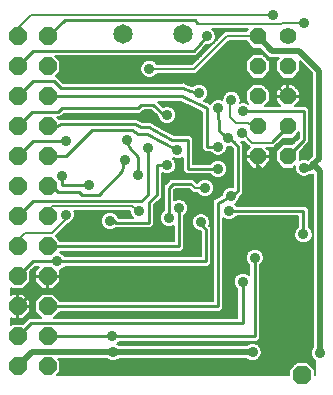
<source format=gbl>
G75*
%MOIN*%
%OFA0B0*%
%FSLAX24Y24*%
%IPPOS*%
%LPD*%
%AMOC8*
5,1,8,0,0,1.08239X$1,22.5*
%
%ADD10OC8,0.0630*%
%ADD11C,0.0560*%
%ADD12OC8,0.0560*%
%ADD13OC8,0.0600*%
%ADD14C,0.0650*%
%ADD15C,0.0200*%
%ADD16C,0.0100*%
%ADD17C,0.0357*%
%ADD18C,0.0080*%
%ADD19C,0.0050*%
D10*
X010300Y000550D03*
D11*
X009825Y011850D03*
D12*
X009825Y010850D03*
X009825Y009850D03*
X009825Y008850D03*
X009825Y007850D03*
X008825Y007850D03*
X008825Y008850D03*
X008825Y009850D03*
X008825Y010850D03*
X008825Y011850D03*
D13*
X000825Y000850D03*
X000825Y001850D03*
X000825Y002850D03*
X000825Y003850D03*
X000825Y004850D03*
X000825Y005850D03*
X000825Y006850D03*
X000825Y007850D03*
X000825Y008850D03*
X000825Y009850D03*
X000825Y010850D03*
X000825Y011850D03*
X001825Y011850D03*
X001825Y010850D03*
X001825Y009850D03*
X001825Y008850D03*
X001825Y007850D03*
X001825Y006850D03*
X001825Y005850D03*
X001825Y004850D03*
X001825Y003850D03*
X001825Y002850D03*
X001825Y001850D03*
X001825Y000850D03*
D14*
X004325Y011925D03*
X006325Y011925D03*
D15*
X008825Y011850D02*
X009305Y011370D01*
X010195Y011370D01*
X010855Y010710D01*
X010855Y007770D01*
X010675Y007590D01*
X010900Y007365D01*
X010900Y001300D01*
X008655Y001325D02*
X004375Y001325D01*
X001300Y001325D01*
X000825Y000850D01*
X010375Y007470D02*
X010555Y007470D01*
X010675Y007590D01*
D16*
X010375Y008400D02*
X010375Y009350D01*
X008325Y009350D01*
X007795Y008510D02*
X007850Y008475D01*
X008025Y008325D01*
X008175Y008175D01*
X008175Y006700D01*
X007925Y006525D01*
X007500Y006300D01*
X007500Y002850D01*
X001825Y002850D01*
X001350Y003350D02*
X002450Y003350D01*
X002450Y003850D02*
X001825Y003850D01*
X002150Y004350D02*
X001325Y004350D01*
X000825Y003875D01*
X000825Y003850D01*
X001350Y003350D02*
X000850Y002850D01*
X000825Y002850D01*
X001275Y002300D02*
X008325Y002300D01*
X008325Y003675D01*
X008725Y004475D02*
X008725Y001850D01*
X003975Y001850D01*
X001825Y001850D01*
X001275Y002300D02*
X000825Y001850D01*
X002150Y004350D02*
X007100Y004350D01*
X007100Y005400D01*
X006955Y005570D01*
X006930Y005655D01*
X006200Y006125D02*
X006200Y004850D01*
X001825Y004850D01*
X000825Y005850D02*
X001350Y006375D01*
X004950Y006375D01*
X005175Y006575D01*
X005175Y008125D01*
X004825Y007825D02*
X004525Y008175D01*
X004475Y008400D01*
X004650Y008725D02*
X003300Y008725D01*
X002425Y007850D01*
X001825Y007850D01*
X001325Y008350D02*
X002425Y008350D01*
X002150Y008850D02*
X002275Y008925D01*
X004750Y008925D01*
X004925Y008825D01*
X005200Y008825D01*
X005375Y008725D01*
X005975Y008400D01*
X006500Y008400D01*
X006500Y007425D01*
X007500Y007425D01*
X007500Y008175D02*
X007150Y008175D01*
X007150Y009450D01*
X006300Y009850D01*
X001825Y009850D01*
X002275Y010125D02*
X002025Y010375D01*
X001350Y010375D01*
X000825Y009850D01*
X001300Y009325D02*
X002175Y009325D01*
X002300Y009450D01*
X004825Y009450D01*
X004950Y009575D01*
X005350Y009575D01*
X005700Y009225D01*
X005800Y009225D01*
X005225Y009175D02*
X005225Y009050D01*
X005125Y008600D02*
X004850Y008600D01*
X004650Y008725D01*
X005125Y008600D02*
X006150Y008050D01*
X005800Y007550D02*
X005475Y007550D01*
X005475Y006550D01*
X005200Y006325D01*
X005200Y006225D01*
X005195Y006190D01*
X005200Y006175D01*
X005200Y005625D01*
X004100Y005625D01*
X004025Y005700D01*
X003900Y005700D01*
X003540Y006575D02*
X004315Y007350D01*
X004375Y007680D01*
X004410Y007715D01*
X004825Y007825D02*
X004825Y007225D01*
X005450Y006175D02*
X005532Y006132D01*
X005870Y005795D02*
X005870Y006800D01*
X006000Y006925D01*
X006600Y006925D01*
X007870Y006030D02*
X010350Y006025D01*
X010350Y005250D01*
X009825Y007850D02*
X010375Y008400D01*
X009825Y008850D02*
X009300Y008325D01*
X007795Y008510D02*
X007520Y008690D01*
X007510Y009450D01*
X006870Y009965D02*
X006575Y010025D01*
X006350Y010125D01*
X002275Y010125D01*
X001300Y009325D02*
X000825Y008850D01*
X001325Y008350D02*
X000825Y007850D01*
X001825Y006850D02*
X001950Y006850D01*
X002100Y006725D01*
X002175Y006675D01*
X002875Y006675D01*
X002975Y006575D01*
X003540Y006575D01*
X003200Y006900D02*
X002300Y006900D01*
X002300Y007200D01*
X002150Y008850D02*
X001825Y008850D01*
X000825Y010850D02*
X001350Y011375D01*
X006700Y011375D01*
X007125Y011850D01*
X006815Y012310D02*
X006725Y012400D01*
X002400Y012400D01*
X001850Y011850D01*
X001825Y011850D01*
X010195Y012310D02*
X010375Y012305D01*
X004375Y001325D02*
X004000Y001325D01*
D17*
X004000Y001325D03*
X003975Y001850D03*
X002150Y004350D03*
X002425Y005910D03*
X003200Y006900D03*
X002300Y007200D03*
X002425Y008350D03*
X004410Y007715D03*
X004825Y007225D03*
X005175Y008125D03*
X005800Y007550D03*
X006150Y008050D03*
X005800Y009225D03*
X005225Y009175D03*
X004475Y008400D03*
X004875Y006025D03*
X005532Y006132D03*
X005870Y005795D03*
X006200Y006125D03*
X006930Y005655D03*
X007100Y006350D03*
X007065Y006800D03*
X007500Y007425D03*
X007500Y008175D03*
X007850Y008475D03*
X008292Y008617D03*
X008325Y009350D03*
X007950Y009725D03*
X007510Y009450D03*
X006870Y009965D03*
X006975Y010450D03*
X007125Y011850D03*
X005215Y010770D03*
X007925Y006525D03*
X007870Y006030D03*
X008725Y004475D03*
X008325Y003675D03*
X008655Y001325D03*
X010900Y001300D03*
X010350Y005250D03*
X009875Y006500D03*
X010375Y007470D03*
X010375Y012305D03*
X009325Y012565D03*
X003900Y005700D03*
D18*
X004625Y006205D02*
X004875Y006025D01*
X004625Y006205D02*
X001975Y006205D01*
X001825Y005975D01*
X001825Y005850D01*
X001975Y005310D02*
X002425Y005760D01*
X002425Y005910D01*
X001975Y005310D02*
X001075Y005310D01*
X000825Y005060D01*
X000825Y004850D01*
X005215Y010770D02*
X006715Y010770D01*
X007795Y011850D01*
X008825Y011850D01*
X009325Y012565D02*
X001266Y012565D01*
X000825Y012124D01*
X000825Y011850D01*
X006600Y006925D02*
X006725Y006800D01*
X007065Y006800D01*
X007150Y006800D01*
X008635Y008310D02*
X008328Y008617D01*
X008292Y008617D01*
X008095Y008970D02*
X007915Y009150D01*
X007915Y009690D01*
X007950Y009725D01*
X008095Y008970D02*
X008505Y008970D01*
X008625Y008850D01*
X008825Y008850D01*
X008635Y008310D02*
X009285Y008310D01*
X009300Y008325D01*
X008825Y007550D02*
X009875Y006500D01*
X009825Y009850D02*
X009795Y009850D01*
X009355Y010290D01*
X009055Y010290D01*
X008995Y010350D01*
X007075Y010350D01*
X006975Y010450D01*
X006855Y012270D02*
X006815Y012310D01*
X006855Y012270D02*
X009595Y012270D01*
X009635Y012310D01*
X010195Y012310D01*
D19*
X009547Y011145D02*
X009212Y011145D01*
X008912Y011445D01*
X008657Y011445D01*
X008420Y011682D01*
X008420Y011685D01*
X007863Y011685D01*
X006783Y010605D01*
X005475Y010605D01*
X005472Y010598D01*
X005387Y010513D01*
X005275Y010467D01*
X005155Y010467D01*
X005043Y010513D01*
X004958Y010598D01*
X004912Y010710D01*
X004912Y010830D01*
X004958Y010942D01*
X005043Y011027D01*
X005155Y011073D01*
X005275Y011073D01*
X005387Y011027D01*
X005472Y010942D01*
X005475Y010935D01*
X006647Y010935D01*
X007630Y011918D01*
X007727Y012015D01*
X008420Y012015D01*
X008420Y012018D01*
X008507Y012105D01*
X007299Y012105D01*
X007382Y012022D01*
X007428Y011910D01*
X007428Y011790D01*
X007502Y011790D01*
X007550Y011839D02*
X007428Y011839D01*
X007428Y011887D02*
X007599Y011887D01*
X007647Y011936D02*
X007418Y011936D01*
X007398Y011984D02*
X007696Y011984D01*
X007453Y011742D02*
X007409Y011742D01*
X007405Y011693D02*
X007388Y011693D01*
X007382Y011678D02*
X007428Y011790D01*
X007382Y011678D02*
X007297Y011593D01*
X007185Y011547D01*
X007088Y011547D01*
X006875Y011308D01*
X006875Y011303D01*
X006827Y011255D01*
X006782Y011204D01*
X006776Y011204D01*
X006772Y011200D01*
X006705Y011200D01*
X006637Y011196D01*
X006633Y011200D01*
X002076Y011200D01*
X002250Y011026D01*
X002250Y010674D01*
X002112Y010536D01*
X002347Y010300D01*
X006318Y010300D01*
X006355Y010314D01*
X006387Y010300D01*
X006422Y010300D01*
X006451Y010272D01*
X006629Y010193D01*
X006662Y010186D01*
X006698Y010222D01*
X006810Y010268D01*
X006930Y010268D01*
X007042Y010222D01*
X007127Y010137D01*
X007173Y010025D01*
X007173Y009905D01*
X007127Y009793D01*
X007042Y009708D01*
X007027Y009701D01*
X007189Y009625D01*
X007222Y009625D01*
X007245Y009603D01*
X007253Y009622D01*
X007338Y009707D01*
X007450Y009753D01*
X007570Y009753D01*
X007647Y009722D01*
X007647Y009785D01*
X007693Y009897D01*
X007778Y009982D01*
X007890Y010028D01*
X008010Y010028D01*
X008122Y009982D01*
X008207Y009897D01*
X008253Y009785D01*
X008253Y009665D01*
X008245Y009645D01*
X008265Y009653D01*
X008385Y009653D01*
X008494Y009609D01*
X008420Y009682D01*
X008420Y010018D01*
X008657Y010255D01*
X008993Y010255D01*
X009230Y010018D01*
X009230Y009682D01*
X009073Y009525D01*
X009577Y009525D01*
X009420Y009682D01*
X009420Y009825D01*
X009800Y009825D01*
X009800Y009875D01*
X009800Y010255D01*
X009657Y010255D01*
X009420Y010018D01*
X009420Y009875D01*
X009800Y009875D01*
X009850Y009875D01*
X009850Y010255D01*
X009993Y010255D01*
X010230Y010018D01*
X010230Y009875D01*
X009850Y009875D01*
X009850Y009825D01*
X010230Y009825D01*
X010230Y009682D01*
X010073Y009525D01*
X010447Y009525D01*
X010550Y009422D01*
X010550Y008328D01*
X010447Y008225D01*
X010230Y008008D01*
X010230Y007738D01*
X010315Y007773D01*
X010435Y007773D01*
X010510Y007743D01*
X010630Y007863D01*
X010630Y010617D01*
X010230Y011017D01*
X010230Y010682D01*
X009993Y010445D01*
X009657Y010445D01*
X009420Y010682D01*
X009420Y011018D01*
X009547Y011145D01*
X009513Y011111D02*
X009137Y011111D01*
X009185Y011063D02*
X009465Y011063D01*
X009420Y011014D02*
X009230Y011014D01*
X009230Y011018D02*
X008993Y011255D01*
X008657Y011255D01*
X008420Y011018D01*
X008420Y010682D01*
X008657Y010445D01*
X008993Y010445D01*
X009230Y010682D01*
X009230Y011018D01*
X009230Y010966D02*
X009420Y010966D01*
X009420Y010917D02*
X009230Y010917D01*
X009230Y010869D02*
X009420Y010869D01*
X009420Y010820D02*
X009230Y010820D01*
X009230Y010772D02*
X009420Y010772D01*
X009420Y010723D02*
X009230Y010723D01*
X009222Y010675D02*
X009428Y010675D01*
X009476Y010626D02*
X009174Y010626D01*
X009125Y010578D02*
X009525Y010578D01*
X009573Y010529D02*
X009077Y010529D01*
X009028Y010481D02*
X009622Y010481D01*
X009640Y010238D02*
X009010Y010238D01*
X009058Y010190D02*
X009592Y010190D01*
X009543Y010141D02*
X009107Y010141D01*
X009155Y010093D02*
X009495Y010093D01*
X009446Y010044D02*
X009204Y010044D01*
X009230Y009996D02*
X009420Y009996D01*
X009420Y009947D02*
X009230Y009947D01*
X009230Y009899D02*
X009420Y009899D01*
X009420Y009802D02*
X009230Y009802D01*
X009230Y009850D02*
X009800Y009850D01*
X009800Y009899D02*
X009850Y009899D01*
X009850Y009947D02*
X009800Y009947D01*
X009800Y009996D02*
X009850Y009996D01*
X009850Y010044D02*
X009800Y010044D01*
X009800Y010093D02*
X009850Y010093D01*
X009850Y010141D02*
X009800Y010141D01*
X009800Y010190D02*
X009850Y010190D01*
X009850Y010238D02*
X009800Y010238D01*
X010010Y010238D02*
X010630Y010238D01*
X010630Y010190D02*
X010058Y010190D01*
X010107Y010141D02*
X010630Y010141D01*
X010630Y010093D02*
X010155Y010093D01*
X010204Y010044D02*
X010630Y010044D01*
X010630Y009996D02*
X010230Y009996D01*
X010230Y009947D02*
X010630Y009947D01*
X010630Y009899D02*
X010230Y009899D01*
X010230Y009802D02*
X010630Y009802D01*
X010630Y009850D02*
X009850Y009850D01*
X010107Y009559D02*
X010630Y009559D01*
X010630Y009511D02*
X010462Y009511D01*
X010510Y009462D02*
X010630Y009462D01*
X010630Y009414D02*
X010550Y009414D01*
X010550Y009365D02*
X010630Y009365D01*
X010630Y009317D02*
X010550Y009317D01*
X010550Y009268D02*
X010630Y009268D01*
X010630Y009220D02*
X010550Y009220D01*
X010550Y009171D02*
X010630Y009171D01*
X010630Y009123D02*
X010550Y009123D01*
X010550Y009074D02*
X010630Y009074D01*
X010630Y009026D02*
X010550Y009026D01*
X010550Y008977D02*
X010630Y008977D01*
X010630Y008929D02*
X010550Y008929D01*
X010550Y008880D02*
X010630Y008880D01*
X010630Y008832D02*
X010550Y008832D01*
X010550Y008783D02*
X010630Y008783D01*
X010630Y008735D02*
X010550Y008735D01*
X010550Y008686D02*
X010630Y008686D01*
X010630Y008638D02*
X010550Y008638D01*
X010550Y008589D02*
X010630Y008589D01*
X010630Y008541D02*
X010550Y008541D01*
X010550Y008492D02*
X010630Y008492D01*
X010630Y008444D02*
X010550Y008444D01*
X010550Y008395D02*
X010630Y008395D01*
X010630Y008347D02*
X010550Y008347D01*
X010521Y008298D02*
X010630Y008298D01*
X010630Y008250D02*
X010472Y008250D01*
X010424Y008201D02*
X010630Y008201D01*
X010630Y008153D02*
X010375Y008153D01*
X010327Y008104D02*
X010630Y008104D01*
X010630Y008056D02*
X010278Y008056D01*
X010230Y008007D02*
X010630Y008007D01*
X010630Y007959D02*
X010230Y007959D01*
X010230Y007910D02*
X010630Y007910D01*
X010628Y007862D02*
X010230Y007862D01*
X010230Y007813D02*
X010580Y007813D01*
X010531Y007765D02*
X010457Y007765D01*
X010293Y007765D02*
X010230Y007765D01*
X010072Y007524D02*
X010072Y007410D01*
X010118Y007298D01*
X010203Y007213D01*
X010315Y007167D01*
X010435Y007167D01*
X010547Y007213D01*
X010579Y007245D01*
X010648Y007245D01*
X010675Y007272D01*
X010675Y001504D01*
X010643Y001472D01*
X010597Y001360D01*
X010597Y001240D01*
X010643Y001128D01*
X010728Y001043D01*
X010750Y001034D01*
X010750Y000575D01*
X010740Y000575D01*
X010740Y000732D01*
X010750Y000732D01*
X010740Y000732D02*
X010482Y000990D01*
X010118Y000990D01*
X009860Y000732D01*
X002250Y000732D01*
X002250Y000684D02*
X009860Y000684D01*
X009860Y000732D02*
X009860Y000575D01*
X002151Y000575D01*
X002250Y000674D01*
X002250Y001026D01*
X002176Y001100D01*
X003796Y001100D01*
X003828Y001068D01*
X003940Y001022D01*
X004060Y001022D01*
X004172Y001068D01*
X004204Y001100D01*
X008451Y001100D01*
X008483Y001068D01*
X008595Y001022D01*
X008715Y001022D01*
X008827Y001068D01*
X008912Y001153D01*
X008958Y001265D01*
X008958Y001385D01*
X008912Y001497D01*
X008827Y001582D01*
X008715Y001628D01*
X008595Y001628D01*
X008483Y001582D01*
X008451Y001550D01*
X004204Y001550D01*
X004172Y001582D01*
X004147Y001593D01*
X004229Y001675D01*
X008797Y001675D01*
X008900Y001778D01*
X008900Y004221D01*
X008982Y004303D01*
X009028Y004415D01*
X009028Y004535D01*
X008982Y004647D01*
X008897Y004732D01*
X008785Y004778D01*
X008665Y004778D01*
X008553Y004732D01*
X008468Y004647D01*
X008422Y004535D01*
X008422Y004415D01*
X008468Y004303D01*
X008550Y004221D01*
X008550Y003879D01*
X008497Y003932D01*
X008385Y003978D01*
X008265Y003978D01*
X008153Y003932D01*
X008068Y003847D01*
X008022Y003735D01*
X008022Y003615D01*
X008068Y003503D01*
X008150Y003421D01*
X008150Y002475D01*
X002051Y002475D01*
X002250Y002674D01*
X002250Y002675D01*
X007572Y002675D01*
X007675Y002778D01*
X007675Y005796D01*
X007698Y005773D01*
X007810Y005727D01*
X007930Y005727D01*
X008042Y005773D01*
X008124Y005854D01*
X010175Y005850D01*
X010175Y005504D01*
X010093Y005422D01*
X010047Y005310D01*
X010047Y005190D01*
X010093Y005078D01*
X010178Y004993D01*
X010290Y004947D01*
X010410Y004947D01*
X010522Y004993D01*
X010607Y005078D01*
X010653Y005190D01*
X010653Y005310D01*
X010607Y005422D01*
X010525Y005504D01*
X010525Y006025D01*
X010525Y006097D01*
X010525Y006097D01*
X010525Y006097D01*
X010474Y006149D01*
X010423Y006200D01*
X010423Y006200D01*
X010422Y006200D01*
X010350Y006200D01*
X008125Y006204D01*
X008072Y006257D01*
X008097Y006268D01*
X008182Y006353D01*
X008228Y006465D01*
X008228Y006524D01*
X008230Y006525D01*
X008247Y006525D01*
X008288Y006565D01*
X008335Y006598D01*
X008338Y006615D01*
X008350Y006628D01*
X008350Y006685D01*
X008360Y006741D01*
X008350Y006755D01*
X008350Y008247D01*
X008283Y008314D01*
X008353Y008314D01*
X008385Y008327D01*
X008470Y008242D01*
X008557Y008155D01*
X008420Y008018D01*
X008420Y007875D01*
X008800Y007875D01*
X008800Y007825D01*
X008420Y007825D01*
X008420Y007682D01*
X008657Y007445D01*
X008800Y007445D01*
X008800Y007825D01*
X008850Y007825D01*
X008850Y007875D01*
X009230Y007875D01*
X009230Y008018D01*
X009103Y008145D01*
X009353Y008145D01*
X009358Y008150D01*
X009372Y008150D01*
X009667Y008445D01*
X009993Y008445D01*
X010200Y008652D01*
X010200Y008472D01*
X009983Y008255D01*
X009657Y008255D01*
X009420Y008018D01*
X009420Y007682D01*
X009657Y007445D01*
X009993Y007445D01*
X010072Y007524D01*
X010070Y007522D02*
X010072Y007522D01*
X010072Y007474D02*
X010021Y007474D01*
X010072Y007425D02*
X008350Y007425D01*
X008350Y007377D02*
X010085Y007377D01*
X010105Y007328D02*
X008350Y007328D01*
X008350Y007280D02*
X010136Y007280D01*
X010185Y007231D02*
X008350Y007231D01*
X008350Y007183D02*
X010276Y007183D01*
X010474Y007183D02*
X010675Y007183D01*
X010675Y007231D02*
X010565Y007231D01*
X010675Y007134D02*
X008350Y007134D01*
X008350Y007086D02*
X010675Y007086D01*
X010675Y007037D02*
X008350Y007037D01*
X008350Y006989D02*
X010675Y006989D01*
X010675Y006940D02*
X008350Y006940D01*
X008350Y006892D02*
X010675Y006892D01*
X010675Y006843D02*
X008350Y006843D01*
X008350Y006795D02*
X010675Y006795D01*
X010675Y006746D02*
X008356Y006746D01*
X008352Y006698D02*
X010675Y006698D01*
X010675Y006649D02*
X008350Y006649D01*
X008335Y006601D02*
X010675Y006601D01*
X010675Y006552D02*
X008275Y006552D01*
X008228Y006504D02*
X010675Y006504D01*
X010675Y006455D02*
X008224Y006455D01*
X008204Y006407D02*
X010675Y006407D01*
X010675Y006358D02*
X008184Y006358D01*
X008139Y006310D02*
X010675Y006310D01*
X010675Y006261D02*
X008081Y006261D01*
X008117Y006213D02*
X010675Y006213D01*
X010675Y006164D02*
X010459Y006164D01*
X010507Y006116D02*
X010675Y006116D01*
X010675Y006067D02*
X010525Y006067D01*
X010525Y006019D02*
X010675Y006019D01*
X010675Y005970D02*
X010525Y005970D01*
X010525Y005922D02*
X010675Y005922D01*
X010675Y005873D02*
X010525Y005873D01*
X010525Y005825D02*
X010675Y005825D01*
X010675Y005776D02*
X010525Y005776D01*
X010525Y005728D02*
X010675Y005728D01*
X010675Y005679D02*
X010525Y005679D01*
X010525Y005631D02*
X010675Y005631D01*
X010675Y005582D02*
X010525Y005582D01*
X010525Y005534D02*
X010675Y005534D01*
X010675Y005485D02*
X010544Y005485D01*
X010593Y005437D02*
X010675Y005437D01*
X010675Y005388D02*
X010621Y005388D01*
X010641Y005340D02*
X010675Y005340D01*
X010675Y005291D02*
X010653Y005291D01*
X010653Y005243D02*
X010675Y005243D01*
X010675Y005194D02*
X010653Y005194D01*
X010635Y005146D02*
X010675Y005146D01*
X010675Y005097D02*
X010615Y005097D01*
X010578Y005049D02*
X010675Y005049D01*
X010675Y005000D02*
X010529Y005000D01*
X010422Y004952D02*
X010675Y004952D01*
X010675Y004903D02*
X007675Y004903D01*
X007675Y004855D02*
X010675Y004855D01*
X010675Y004806D02*
X007675Y004806D01*
X007675Y004758D02*
X008614Y004758D01*
X008530Y004709D02*
X007675Y004709D01*
X007675Y004661D02*
X008481Y004661D01*
X008453Y004612D02*
X007675Y004612D01*
X007675Y004564D02*
X008433Y004564D01*
X008422Y004515D02*
X007675Y004515D01*
X007675Y004467D02*
X008422Y004467D01*
X008422Y004418D02*
X007675Y004418D01*
X007675Y004370D02*
X008440Y004370D01*
X008460Y004321D02*
X007675Y004321D01*
X007675Y004273D02*
X008498Y004273D01*
X008547Y004224D02*
X007675Y004224D01*
X007675Y004176D02*
X008550Y004176D01*
X008550Y004127D02*
X007675Y004127D01*
X007675Y004079D02*
X008550Y004079D01*
X008550Y004030D02*
X007675Y004030D01*
X007675Y003982D02*
X008550Y003982D01*
X008550Y003933D02*
X008495Y003933D01*
X008545Y003885D02*
X008550Y003885D01*
X008900Y003885D02*
X010675Y003885D01*
X010675Y003933D02*
X008900Y003933D01*
X008900Y003982D02*
X010675Y003982D01*
X010675Y004030D02*
X008900Y004030D01*
X008900Y004079D02*
X010675Y004079D01*
X010675Y004127D02*
X008900Y004127D01*
X008900Y004176D02*
X010675Y004176D01*
X010675Y004224D02*
X008903Y004224D01*
X008952Y004273D02*
X010675Y004273D01*
X010675Y004321D02*
X008990Y004321D01*
X009010Y004370D02*
X010675Y004370D01*
X010675Y004418D02*
X009028Y004418D01*
X009028Y004467D02*
X010675Y004467D01*
X010675Y004515D02*
X009028Y004515D01*
X009017Y004564D02*
X010675Y004564D01*
X010675Y004612D02*
X008997Y004612D01*
X008969Y004661D02*
X010675Y004661D01*
X010675Y004709D02*
X008920Y004709D01*
X008836Y004758D02*
X010675Y004758D01*
X010278Y004952D02*
X007675Y004952D01*
X007675Y005000D02*
X010171Y005000D01*
X010122Y005049D02*
X007675Y005049D01*
X007675Y005097D02*
X010085Y005097D01*
X010065Y005146D02*
X007675Y005146D01*
X007675Y005194D02*
X010047Y005194D01*
X010047Y005243D02*
X007675Y005243D01*
X007675Y005291D02*
X010047Y005291D01*
X010059Y005340D02*
X007675Y005340D01*
X007675Y005388D02*
X010079Y005388D01*
X010107Y005437D02*
X007675Y005437D01*
X007675Y005485D02*
X010156Y005485D01*
X010175Y005534D02*
X007675Y005534D01*
X007675Y005582D02*
X010175Y005582D01*
X010175Y005631D02*
X007675Y005631D01*
X007675Y005679D02*
X010175Y005679D01*
X010175Y005728D02*
X007933Y005728D01*
X008045Y005776D02*
X010175Y005776D01*
X010175Y005825D02*
X008094Y005825D01*
X007807Y005728D02*
X007675Y005728D01*
X007675Y005776D02*
X007695Y005776D01*
X007325Y005776D02*
X007208Y005776D01*
X007228Y005728D02*
X007325Y005728D01*
X007325Y005679D02*
X007233Y005679D01*
X007233Y005715D02*
X007187Y005827D01*
X007102Y005912D01*
X006990Y005958D01*
X006869Y005958D01*
X006758Y005912D01*
X006672Y005827D01*
X006626Y005715D01*
X006626Y005594D01*
X006672Y005483D01*
X006758Y005397D01*
X006869Y005351D01*
X006912Y005351D01*
X006925Y005335D01*
X006925Y004525D01*
X002404Y004525D01*
X002322Y004607D01*
X002224Y004648D01*
X002250Y004674D01*
X002250Y004675D01*
X006272Y004675D01*
X006375Y004778D01*
X006375Y005871D01*
X006457Y005953D01*
X006503Y006065D01*
X006503Y006185D01*
X006457Y006297D01*
X006372Y006382D01*
X006260Y006428D01*
X006140Y006428D01*
X006045Y006389D01*
X006045Y006725D01*
X006070Y006750D01*
X006542Y006750D01*
X006657Y006635D01*
X006805Y006635D01*
X006808Y006628D01*
X006893Y006543D01*
X007005Y006497D01*
X007125Y006497D01*
X007237Y006543D01*
X007322Y006628D01*
X007368Y006740D01*
X007368Y006860D01*
X007322Y006972D01*
X007237Y007057D01*
X007125Y007103D01*
X007005Y007103D01*
X006893Y007057D01*
X006808Y006972D01*
X006805Y006965D01*
X006793Y006965D01*
X006775Y006983D01*
X006775Y006997D01*
X006672Y007100D01*
X006002Y007100D01*
X005931Y007101D01*
X005930Y007100D01*
X005928Y007100D01*
X005877Y007050D01*
X005800Y006975D01*
X005798Y006975D01*
X005747Y006925D01*
X005696Y006876D01*
X005696Y006874D01*
X005695Y006872D01*
X005695Y006802D01*
X005694Y006731D01*
X005695Y006730D01*
X005695Y006049D01*
X005613Y005967D01*
X005567Y005855D01*
X005567Y005735D01*
X005613Y005623D01*
X005698Y005538D01*
X005810Y005492D01*
X005930Y005492D01*
X006025Y005531D01*
X006025Y005025D01*
X002250Y005025D01*
X002250Y005026D01*
X002087Y005189D01*
X002519Y005620D01*
X002597Y005653D01*
X002682Y005738D01*
X002728Y005850D01*
X002728Y005970D01*
X003759Y005970D01*
X003728Y005957D02*
X003643Y005872D01*
X003596Y005760D01*
X003596Y005639D01*
X003643Y005528D01*
X003728Y005443D01*
X003839Y005396D01*
X003960Y005396D01*
X004072Y005443D01*
X004079Y005450D01*
X005272Y005450D01*
X005375Y005553D01*
X005375Y006134D01*
X005389Y006162D01*
X005375Y006203D01*
X005375Y006213D01*
X005380Y006246D01*
X005537Y006375D01*
X005547Y006375D01*
X005593Y006420D01*
X005642Y006460D01*
X005643Y006470D01*
X005650Y006478D01*
X005650Y006541D01*
X005656Y006605D01*
X005650Y006612D01*
X005650Y007284D01*
X005740Y007247D01*
X005860Y007247D01*
X005972Y007293D01*
X006057Y007378D01*
X006103Y007490D01*
X006103Y007610D01*
X006057Y007722D01*
X005992Y007787D01*
X006090Y007747D01*
X006210Y007747D01*
X006322Y007793D01*
X006325Y007796D01*
X006325Y007353D01*
X006428Y007250D01*
X007246Y007250D01*
X007328Y007168D01*
X007440Y007122D01*
X007560Y007122D01*
X007672Y007168D01*
X007757Y007253D01*
X007803Y007365D01*
X007803Y007485D01*
X007757Y007597D01*
X007672Y007682D01*
X007560Y007728D01*
X007440Y007728D01*
X007328Y007682D01*
X007246Y007600D01*
X006675Y007600D01*
X006675Y008472D01*
X006572Y008575D01*
X006019Y008575D01*
X005460Y008878D01*
X005307Y008965D01*
X005272Y009000D01*
X005246Y009000D01*
X005224Y009013D01*
X005177Y009000D01*
X004971Y009000D01*
X004857Y009065D01*
X004822Y009100D01*
X004796Y009100D01*
X004774Y009113D01*
X004727Y009100D01*
X002297Y009100D01*
X002247Y009112D01*
X002227Y009100D01*
X002203Y009100D01*
X002189Y009087D01*
X002126Y009150D01*
X002247Y009150D01*
X002372Y009275D01*
X004897Y009275D01*
X005022Y009400D01*
X005278Y009400D01*
X005497Y009181D01*
X005497Y009165D01*
X005543Y009053D01*
X005628Y008968D01*
X005740Y008922D01*
X005860Y008922D01*
X005972Y008968D01*
X006057Y009053D01*
X006103Y009165D01*
X006103Y009285D01*
X006057Y009397D01*
X005972Y009482D01*
X005860Y009528D01*
X005740Y009528D01*
X005672Y009500D01*
X005497Y009675D01*
X006261Y009675D01*
X006975Y009339D01*
X006975Y008103D01*
X007078Y008000D01*
X007246Y008000D01*
X007328Y007918D01*
X007440Y007872D01*
X007560Y007872D01*
X007672Y007918D01*
X007757Y008003D01*
X007803Y008115D01*
X007803Y008172D01*
X007910Y008172D01*
X007925Y008178D01*
X008000Y008103D01*
X008000Y006822D01*
X007985Y006828D01*
X007865Y006828D01*
X007753Y006782D01*
X007668Y006697D01*
X007622Y006585D01*
X007622Y006562D01*
X007457Y006475D01*
X007428Y006475D01*
X007395Y006442D01*
X007354Y006421D01*
X007346Y006393D01*
X007325Y006372D01*
X007325Y006326D01*
X007311Y006282D01*
X007325Y006257D01*
X007325Y003025D01*
X002250Y003025D01*
X002250Y003026D01*
X002001Y003275D01*
X001649Y003275D01*
X001400Y003026D01*
X001400Y002674D01*
X001599Y002475D01*
X001203Y002475D01*
X001100Y002372D01*
X001002Y002274D01*
X001001Y002275D01*
X000649Y002275D01*
X000600Y002226D01*
X000600Y002474D01*
X000649Y002425D01*
X000800Y002425D01*
X000800Y002825D01*
X000850Y002825D01*
X000850Y002875D01*
X000800Y002875D01*
X000800Y003275D01*
X000649Y003275D01*
X000600Y003226D01*
X000600Y003474D01*
X000649Y003425D01*
X001001Y003425D01*
X001250Y003674D01*
X001250Y004026D01*
X001244Y004032D01*
X001395Y004175D01*
X001549Y004175D01*
X001400Y004026D01*
X001400Y003875D01*
X001800Y003875D01*
X001800Y003825D01*
X001850Y003825D01*
X001850Y003875D01*
X002250Y003875D01*
X002250Y004026D01*
X002224Y004052D01*
X002322Y004093D01*
X002404Y004175D01*
X007172Y004175D01*
X007275Y004278D01*
X007275Y005393D01*
X007280Y005458D01*
X007275Y005465D01*
X007275Y005472D01*
X007229Y005519D01*
X007211Y005540D01*
X007233Y005594D01*
X007233Y005715D01*
X007233Y005631D02*
X007325Y005631D01*
X007325Y005582D02*
X007228Y005582D01*
X007216Y005534D02*
X007325Y005534D01*
X007325Y005485D02*
X007262Y005485D01*
X007278Y005437D02*
X007325Y005437D01*
X007325Y005388D02*
X007275Y005388D01*
X007275Y005340D02*
X007325Y005340D01*
X007325Y005291D02*
X007275Y005291D01*
X007275Y005243D02*
X007325Y005243D01*
X007325Y005194D02*
X007275Y005194D01*
X007275Y005146D02*
X007325Y005146D01*
X007325Y005097D02*
X007275Y005097D01*
X007275Y005049D02*
X007325Y005049D01*
X007325Y005000D02*
X007275Y005000D01*
X007275Y004952D02*
X007325Y004952D01*
X007325Y004903D02*
X007275Y004903D01*
X007275Y004855D02*
X007325Y004855D01*
X007325Y004806D02*
X007275Y004806D01*
X007275Y004758D02*
X007325Y004758D01*
X007325Y004709D02*
X007275Y004709D01*
X007275Y004661D02*
X007325Y004661D01*
X007325Y004612D02*
X007275Y004612D01*
X007275Y004564D02*
X007325Y004564D01*
X007325Y004515D02*
X007275Y004515D01*
X007275Y004467D02*
X007325Y004467D01*
X007325Y004418D02*
X007275Y004418D01*
X007275Y004370D02*
X007325Y004370D01*
X007325Y004321D02*
X007275Y004321D01*
X007270Y004273D02*
X007325Y004273D01*
X007325Y004224D02*
X007222Y004224D01*
X007173Y004176D02*
X007325Y004176D01*
X007325Y004127D02*
X002356Y004127D01*
X002287Y004079D02*
X007325Y004079D01*
X007325Y004030D02*
X002246Y004030D01*
X002250Y003982D02*
X007325Y003982D01*
X007325Y003933D02*
X002250Y003933D01*
X002250Y003885D02*
X007325Y003885D01*
X007325Y003836D02*
X001850Y003836D01*
X001850Y003825D02*
X002250Y003825D01*
X002250Y003674D01*
X002001Y003425D01*
X001850Y003425D01*
X001850Y003825D01*
X001850Y003788D02*
X001800Y003788D01*
X001800Y003825D02*
X001800Y003425D01*
X001649Y003425D01*
X001400Y003674D01*
X001400Y003825D01*
X001800Y003825D01*
X001800Y003836D02*
X001250Y003836D01*
X001250Y003788D02*
X001400Y003788D01*
X001400Y003739D02*
X001250Y003739D01*
X001250Y003691D02*
X001400Y003691D01*
X001432Y003642D02*
X001218Y003642D01*
X001170Y003594D02*
X001480Y003594D01*
X001529Y003545D02*
X001121Y003545D01*
X001073Y003497D02*
X001577Y003497D01*
X001626Y003448D02*
X001024Y003448D01*
X001001Y003275D02*
X000850Y003275D01*
X000850Y002875D01*
X001250Y002875D01*
X001250Y003026D01*
X001001Y003275D01*
X001022Y003254D02*
X001628Y003254D01*
X001579Y003206D02*
X001071Y003206D01*
X001119Y003157D02*
X001531Y003157D01*
X001482Y003109D02*
X001168Y003109D01*
X001216Y003060D02*
X001434Y003060D01*
X001400Y003012D02*
X001250Y003012D01*
X001250Y002963D02*
X001400Y002963D01*
X001400Y002915D02*
X001250Y002915D01*
X001250Y002825D02*
X000850Y002825D01*
X000850Y002425D01*
X001001Y002425D01*
X001250Y002674D01*
X001250Y002825D01*
X001250Y002818D02*
X001400Y002818D01*
X001400Y002866D02*
X000850Y002866D01*
X000850Y002818D02*
X000800Y002818D01*
X000800Y002769D02*
X000850Y002769D01*
X000850Y002721D02*
X000800Y002721D01*
X000800Y002672D02*
X000850Y002672D01*
X000850Y002624D02*
X000800Y002624D01*
X000800Y002575D02*
X000850Y002575D01*
X000850Y002527D02*
X000800Y002527D01*
X000800Y002478D02*
X000850Y002478D01*
X000850Y002430D02*
X000800Y002430D01*
X000644Y002430D02*
X000600Y002430D01*
X000600Y002381D02*
X001109Y002381D01*
X001157Y002430D02*
X001006Y002430D01*
X001054Y002478D02*
X001596Y002478D01*
X001547Y002527D02*
X001103Y002527D01*
X001151Y002575D02*
X001499Y002575D01*
X001450Y002624D02*
X001200Y002624D01*
X001248Y002672D02*
X001402Y002672D01*
X001400Y002721D02*
X001250Y002721D01*
X001250Y002769D02*
X001400Y002769D01*
X001060Y002333D02*
X000600Y002333D01*
X000600Y002284D02*
X001012Y002284D01*
X000609Y002236D02*
X000600Y002236D01*
X000800Y002915D02*
X000850Y002915D01*
X000850Y002963D02*
X000800Y002963D01*
X000800Y003012D02*
X000850Y003012D01*
X000850Y003060D02*
X000800Y003060D01*
X000800Y003109D02*
X000850Y003109D01*
X000850Y003157D02*
X000800Y003157D01*
X000800Y003206D02*
X000850Y003206D01*
X000850Y003254D02*
X000800Y003254D01*
X000628Y003254D02*
X000600Y003254D01*
X000600Y003303D02*
X007325Y003303D01*
X007325Y003351D02*
X000600Y003351D01*
X000600Y003400D02*
X007325Y003400D01*
X007325Y003448D02*
X002024Y003448D01*
X002073Y003497D02*
X007325Y003497D01*
X007325Y003545D02*
X002121Y003545D01*
X002170Y003594D02*
X007325Y003594D01*
X007325Y003642D02*
X002218Y003642D01*
X002250Y003691D02*
X007325Y003691D01*
X007325Y003739D02*
X002250Y003739D01*
X002250Y003788D02*
X007325Y003788D01*
X007675Y003788D02*
X008043Y003788D01*
X008063Y003836D02*
X007675Y003836D01*
X007675Y003885D02*
X008105Y003885D01*
X008155Y003933D02*
X007675Y003933D01*
X007675Y003739D02*
X008023Y003739D01*
X008022Y003691D02*
X007675Y003691D01*
X007675Y003642D02*
X008022Y003642D01*
X008030Y003594D02*
X007675Y003594D01*
X007675Y003545D02*
X008050Y003545D01*
X008074Y003497D02*
X007675Y003497D01*
X007675Y003448D02*
X008123Y003448D01*
X008150Y003400D02*
X007675Y003400D01*
X007675Y003351D02*
X008150Y003351D01*
X008150Y003303D02*
X007675Y003303D01*
X007675Y003254D02*
X008150Y003254D01*
X008150Y003206D02*
X007675Y003206D01*
X007675Y003157D02*
X008150Y003157D01*
X008150Y003109D02*
X007675Y003109D01*
X007675Y003060D02*
X008150Y003060D01*
X008150Y003012D02*
X007675Y003012D01*
X007675Y002963D02*
X008150Y002963D01*
X008150Y002915D02*
X007675Y002915D01*
X007675Y002866D02*
X008150Y002866D01*
X008150Y002818D02*
X007675Y002818D01*
X007666Y002769D02*
X008150Y002769D01*
X008150Y002721D02*
X007618Y002721D01*
X007325Y003060D02*
X002216Y003060D01*
X002168Y003109D02*
X007325Y003109D01*
X007325Y003157D02*
X002119Y003157D01*
X002071Y003206D02*
X007325Y003206D01*
X007325Y003254D02*
X002022Y003254D01*
X001850Y003448D02*
X001800Y003448D01*
X001800Y003497D02*
X001850Y003497D01*
X001850Y003545D02*
X001800Y003545D01*
X001800Y003594D02*
X001850Y003594D01*
X001850Y003642D02*
X001800Y003642D01*
X001800Y003691D02*
X001850Y003691D01*
X001850Y003739D02*
X001800Y003739D01*
X001400Y003885D02*
X001250Y003885D01*
X001250Y003933D02*
X001400Y003933D01*
X001400Y003982D02*
X001250Y003982D01*
X001246Y004030D02*
X001404Y004030D01*
X001452Y004079D02*
X001293Y004079D01*
X001344Y004127D02*
X001501Y004127D01*
X002237Y004661D02*
X006925Y004661D01*
X006925Y004709D02*
X006307Y004709D01*
X006355Y004758D02*
X006925Y004758D01*
X006925Y004806D02*
X006375Y004806D01*
X006375Y004855D02*
X006925Y004855D01*
X006925Y004903D02*
X006375Y004903D01*
X006375Y004952D02*
X006925Y004952D01*
X006925Y005000D02*
X006375Y005000D01*
X006375Y005049D02*
X006925Y005049D01*
X006925Y005097D02*
X006375Y005097D01*
X006375Y005146D02*
X006925Y005146D01*
X006925Y005194D02*
X006375Y005194D01*
X006375Y005243D02*
X006925Y005243D01*
X006925Y005291D02*
X006375Y005291D01*
X006375Y005340D02*
X006922Y005340D01*
X006781Y005388D02*
X006375Y005388D01*
X006375Y005437D02*
X006719Y005437D01*
X006672Y005485D02*
X006375Y005485D01*
X006375Y005534D02*
X006651Y005534D01*
X006631Y005582D02*
X006375Y005582D01*
X006375Y005631D02*
X006626Y005631D01*
X006626Y005679D02*
X006375Y005679D01*
X006375Y005728D02*
X006631Y005728D01*
X006652Y005776D02*
X006375Y005776D01*
X006375Y005825D02*
X006672Y005825D01*
X006719Y005873D02*
X006377Y005873D01*
X006426Y005922D02*
X006781Y005922D01*
X007078Y005922D02*
X007325Y005922D01*
X007325Y005970D02*
X006464Y005970D01*
X006484Y006019D02*
X007325Y006019D01*
X007325Y006067D02*
X006503Y006067D01*
X006503Y006116D02*
X007325Y006116D01*
X007325Y006164D02*
X006503Y006164D01*
X006492Y006213D02*
X007325Y006213D01*
X007323Y006261D02*
X006472Y006261D01*
X006445Y006310D02*
X007320Y006310D01*
X007325Y006358D02*
X006396Y006358D01*
X006313Y006407D02*
X007350Y006407D01*
X007408Y006455D02*
X006045Y006455D01*
X006045Y006407D02*
X006087Y006407D01*
X006045Y006504D02*
X006988Y006504D01*
X006884Y006552D02*
X006045Y006552D01*
X006045Y006601D02*
X006835Y006601D01*
X006643Y006649D02*
X006045Y006649D01*
X006045Y006698D02*
X006594Y006698D01*
X006546Y006746D02*
X006066Y006746D01*
X005814Y006989D02*
X005650Y006989D01*
X005650Y007037D02*
X005864Y007037D01*
X005913Y007086D02*
X005650Y007086D01*
X005650Y007134D02*
X007410Y007134D01*
X007313Y007183D02*
X005650Y007183D01*
X005650Y007231D02*
X007265Y007231D01*
X007169Y007086D02*
X008000Y007086D01*
X008000Y007134D02*
X007590Y007134D01*
X007687Y007183D02*
X008000Y007183D01*
X008000Y007231D02*
X007735Y007231D01*
X007768Y007280D02*
X008000Y007280D01*
X008000Y007328D02*
X007788Y007328D01*
X007803Y007377D02*
X008000Y007377D01*
X008000Y007425D02*
X007803Y007425D01*
X007803Y007474D02*
X008000Y007474D01*
X008000Y007522D02*
X007788Y007522D01*
X007768Y007571D02*
X008000Y007571D01*
X008000Y007619D02*
X007735Y007619D01*
X007687Y007668D02*
X008000Y007668D01*
X008000Y007716D02*
X007590Y007716D01*
X007653Y007910D02*
X008000Y007910D01*
X008000Y007862D02*
X006675Y007862D01*
X006675Y007910D02*
X007347Y007910D01*
X007287Y007959D02*
X006675Y007959D01*
X006675Y008007D02*
X007070Y008007D01*
X007022Y008056D02*
X006675Y008056D01*
X006675Y008104D02*
X006975Y008104D01*
X006975Y008153D02*
X006675Y008153D01*
X006675Y008201D02*
X006975Y008201D01*
X006975Y008250D02*
X006675Y008250D01*
X006675Y008298D02*
X006975Y008298D01*
X006975Y008347D02*
X006675Y008347D01*
X006675Y008395D02*
X006975Y008395D01*
X006975Y008444D02*
X006675Y008444D01*
X006655Y008492D02*
X006975Y008492D01*
X006975Y008541D02*
X006607Y008541D01*
X006975Y008589D02*
X005993Y008589D01*
X005904Y008638D02*
X006975Y008638D01*
X006975Y008686D02*
X005814Y008686D01*
X005725Y008735D02*
X006975Y008735D01*
X006975Y008783D02*
X005635Y008783D01*
X005546Y008832D02*
X006975Y008832D01*
X006975Y008880D02*
X005456Y008880D01*
X005372Y008929D02*
X005723Y008929D01*
X005619Y008977D02*
X005295Y008977D01*
X005534Y009074D02*
X004848Y009074D01*
X004927Y009026D02*
X005570Y009026D01*
X005514Y009123D02*
X002153Y009123D01*
X002269Y009171D02*
X005497Y009171D01*
X005458Y009220D02*
X002317Y009220D01*
X002366Y009268D02*
X005409Y009268D01*
X005361Y009317D02*
X004939Y009317D01*
X004988Y009365D02*
X005312Y009365D01*
X005565Y009608D02*
X006404Y009608D01*
X006301Y009656D02*
X005516Y009656D01*
X005613Y009559D02*
X006507Y009559D01*
X006610Y009511D02*
X005904Y009511D01*
X005992Y009462D02*
X006713Y009462D01*
X006816Y009414D02*
X006041Y009414D01*
X006070Y009365D02*
X006920Y009365D01*
X006975Y009317D02*
X006091Y009317D01*
X006103Y009268D02*
X006975Y009268D01*
X006975Y009220D02*
X006103Y009220D01*
X006103Y009171D02*
X006975Y009171D01*
X006975Y009123D02*
X006086Y009123D01*
X006066Y009074D02*
X006975Y009074D01*
X006975Y009026D02*
X006030Y009026D01*
X005981Y008977D02*
X006975Y008977D01*
X006975Y008929D02*
X005877Y008929D01*
X005696Y009511D02*
X005662Y009511D01*
X006436Y010287D02*
X010630Y010287D01*
X010630Y010335D02*
X002312Y010335D01*
X002264Y010384D02*
X010630Y010384D01*
X010630Y010432D02*
X002215Y010432D01*
X002167Y010481D02*
X005121Y010481D01*
X005027Y010529D02*
X002118Y010529D01*
X002154Y010578D02*
X004978Y010578D01*
X004946Y010626D02*
X002202Y010626D01*
X002250Y010675D02*
X004926Y010675D01*
X004912Y010723D02*
X002250Y010723D01*
X002250Y010772D02*
X004912Y010772D01*
X004912Y010820D02*
X002250Y010820D01*
X002250Y010869D02*
X004927Y010869D01*
X004947Y010917D02*
X002250Y010917D01*
X002250Y010966D02*
X004981Y010966D01*
X005030Y011014D02*
X002250Y011014D01*
X002213Y011063D02*
X005128Y011063D01*
X005302Y011063D02*
X006774Y011063D01*
X006823Y011111D02*
X002165Y011111D01*
X002116Y011160D02*
X006871Y011160D01*
X006920Y011208D02*
X006785Y011208D01*
X006829Y011257D02*
X006968Y011257D01*
X007017Y011305D02*
X006875Y011305D01*
X006916Y011354D02*
X007065Y011354D01*
X007114Y011402D02*
X006959Y011402D01*
X007002Y011451D02*
X007162Y011451D01*
X007211Y011499D02*
X007046Y011499D01*
X007188Y011548D02*
X007259Y011548D01*
X007300Y011596D02*
X007308Y011596D01*
X007349Y011645D02*
X007356Y011645D01*
X007580Y011402D02*
X008955Y011402D01*
X009003Y011354D02*
X007532Y011354D01*
X007483Y011305D02*
X009052Y011305D01*
X009100Y011257D02*
X007435Y011257D01*
X007386Y011208D02*
X008610Y011208D01*
X008562Y011160D02*
X007338Y011160D01*
X007289Y011111D02*
X008513Y011111D01*
X008465Y011063D02*
X007241Y011063D01*
X007192Y011014D02*
X008420Y011014D01*
X008420Y010966D02*
X007144Y010966D01*
X007095Y010917D02*
X008420Y010917D01*
X008420Y010869D02*
X007047Y010869D01*
X006998Y010820D02*
X008420Y010820D01*
X008420Y010772D02*
X006950Y010772D01*
X006901Y010723D02*
X008420Y010723D01*
X008428Y010675D02*
X006853Y010675D01*
X006804Y010626D02*
X008476Y010626D01*
X008525Y010578D02*
X005452Y010578D01*
X005403Y010529D02*
X008573Y010529D01*
X008622Y010481D02*
X005309Y010481D01*
X005449Y010966D02*
X006677Y010966D01*
X006726Y011014D02*
X005400Y011014D01*
X006527Y010238D02*
X006736Y010238D01*
X006665Y010190D02*
X006644Y010190D01*
X007004Y010238D02*
X008640Y010238D01*
X008592Y010190D02*
X007075Y010190D01*
X007123Y010141D02*
X008543Y010141D01*
X008495Y010093D02*
X007146Y010093D01*
X007166Y010044D02*
X008446Y010044D01*
X008420Y009996D02*
X008090Y009996D01*
X008157Y009947D02*
X008420Y009947D01*
X008420Y009899D02*
X008206Y009899D01*
X008227Y009850D02*
X008420Y009850D01*
X008420Y009802D02*
X008247Y009802D01*
X008253Y009753D02*
X008420Y009753D01*
X008420Y009705D02*
X008253Y009705D01*
X008250Y009656D02*
X008446Y009656D01*
X007810Y009996D02*
X007173Y009996D01*
X007173Y009947D02*
X007743Y009947D01*
X007694Y009899D02*
X007171Y009899D01*
X007151Y009850D02*
X007673Y009850D01*
X007653Y009802D02*
X007131Y009802D01*
X007087Y009753D02*
X007449Y009753D01*
X007571Y009753D02*
X007647Y009753D01*
X007335Y009705D02*
X007034Y009705D01*
X007123Y009656D02*
X007287Y009656D01*
X007247Y009608D02*
X007240Y009608D01*
X008299Y008298D02*
X008414Y008298D01*
X008462Y008250D02*
X008348Y008250D01*
X008350Y008201D02*
X008511Y008201D01*
X008555Y008153D02*
X008350Y008153D01*
X008350Y008104D02*
X008506Y008104D01*
X008458Y008056D02*
X008350Y008056D01*
X008350Y008007D02*
X008420Y008007D01*
X008420Y007959D02*
X008350Y007959D01*
X008350Y007910D02*
X008420Y007910D01*
X008350Y007862D02*
X008800Y007862D01*
X008800Y007813D02*
X008850Y007813D01*
X008850Y007825D02*
X008850Y007445D01*
X008993Y007445D01*
X009230Y007682D01*
X009230Y007825D01*
X008850Y007825D01*
X008850Y007862D02*
X009420Y007862D01*
X009420Y007910D02*
X009230Y007910D01*
X009230Y007959D02*
X009420Y007959D01*
X009420Y008007D02*
X009230Y008007D01*
X009192Y008056D02*
X009458Y008056D01*
X009506Y008104D02*
X009144Y008104D01*
X009375Y008153D02*
X009555Y008153D01*
X009603Y008201D02*
X009424Y008201D01*
X009472Y008250D02*
X009652Y008250D01*
X009569Y008347D02*
X010074Y008347D01*
X010123Y008395D02*
X009618Y008395D01*
X009666Y008444D02*
X010171Y008444D01*
X010200Y008492D02*
X010040Y008492D01*
X010088Y008541D02*
X010200Y008541D01*
X010200Y008589D02*
X010137Y008589D01*
X010185Y008638D02*
X010200Y008638D01*
X010026Y008298D02*
X009521Y008298D01*
X009420Y007813D02*
X009230Y007813D01*
X009230Y007765D02*
X009420Y007765D01*
X009420Y007716D02*
X009230Y007716D01*
X009215Y007668D02*
X009435Y007668D01*
X009483Y007619D02*
X009167Y007619D01*
X009118Y007571D02*
X009532Y007571D01*
X009580Y007522D02*
X009070Y007522D01*
X009021Y007474D02*
X009629Y007474D01*
X008850Y007474D02*
X008800Y007474D01*
X008800Y007522D02*
X008850Y007522D01*
X008850Y007571D02*
X008800Y007571D01*
X008800Y007619D02*
X008850Y007619D01*
X008850Y007668D02*
X008800Y007668D01*
X008800Y007716D02*
X008850Y007716D01*
X008850Y007765D02*
X008800Y007765D01*
X008580Y007522D02*
X008350Y007522D01*
X008350Y007474D02*
X008629Y007474D01*
X008532Y007571D02*
X008350Y007571D01*
X008350Y007619D02*
X008483Y007619D01*
X008435Y007668D02*
X008350Y007668D01*
X008350Y007716D02*
X008420Y007716D01*
X008420Y007765D02*
X008350Y007765D01*
X008350Y007813D02*
X008420Y007813D01*
X008000Y007813D02*
X006675Y007813D01*
X006675Y007765D02*
X008000Y007765D01*
X008000Y007959D02*
X007713Y007959D01*
X007759Y008007D02*
X008000Y008007D01*
X008000Y008056D02*
X007779Y008056D01*
X007799Y008104D02*
X007998Y008104D01*
X007950Y008153D02*
X007803Y008153D01*
X007410Y007716D02*
X006675Y007716D01*
X006675Y007668D02*
X007313Y007668D01*
X007265Y007619D02*
X006675Y007619D01*
X006325Y007619D02*
X006100Y007619D01*
X006103Y007571D02*
X006325Y007571D01*
X006325Y007522D02*
X006103Y007522D01*
X006097Y007474D02*
X006325Y007474D01*
X006325Y007425D02*
X006077Y007425D01*
X006056Y007377D02*
X006325Y007377D01*
X006349Y007328D02*
X006007Y007328D01*
X005940Y007280D02*
X006398Y007280D01*
X006687Y007086D02*
X006961Y007086D01*
X006873Y007037D02*
X006735Y007037D01*
X006775Y006989D02*
X006824Y006989D01*
X007257Y007037D02*
X008000Y007037D01*
X008000Y006989D02*
X007306Y006989D01*
X007335Y006940D02*
X008000Y006940D01*
X008000Y006892D02*
X007356Y006892D01*
X007368Y006843D02*
X008000Y006843D01*
X007783Y006795D02*
X007368Y006795D01*
X007368Y006746D02*
X007717Y006746D01*
X007668Y006698D02*
X007351Y006698D01*
X007331Y006649D02*
X007648Y006649D01*
X007628Y006601D02*
X007295Y006601D01*
X007246Y006552D02*
X007602Y006552D01*
X007510Y006504D02*
X007142Y006504D01*
X007141Y005873D02*
X007325Y005873D01*
X007325Y005825D02*
X007188Y005825D01*
X006925Y004612D02*
X002310Y004612D01*
X002366Y004564D02*
X006925Y004564D01*
X006025Y005049D02*
X002228Y005049D01*
X002179Y005097D02*
X006025Y005097D01*
X006025Y005146D02*
X002131Y005146D01*
X002092Y005194D02*
X006025Y005194D01*
X006025Y005243D02*
X002141Y005243D01*
X002189Y005291D02*
X006025Y005291D01*
X006025Y005340D02*
X002238Y005340D01*
X002286Y005388D02*
X006025Y005388D01*
X006025Y005437D02*
X004057Y005437D01*
X003743Y005437D02*
X002335Y005437D01*
X002383Y005485D02*
X003685Y005485D01*
X003640Y005534D02*
X002432Y005534D01*
X002480Y005582D02*
X003620Y005582D01*
X003600Y005631D02*
X002543Y005631D01*
X002623Y005679D02*
X003596Y005679D01*
X003596Y005728D02*
X002672Y005728D01*
X002698Y005776D02*
X003603Y005776D01*
X003623Y005825D02*
X002718Y005825D01*
X002728Y005873D02*
X003644Y005873D01*
X003692Y005922D02*
X002728Y005922D01*
X002728Y005970D02*
X002700Y006040D01*
X004572Y006040D01*
X004572Y005965D01*
X004618Y005853D01*
X004671Y005800D01*
X004187Y005800D01*
X004157Y005872D01*
X004072Y005957D01*
X003960Y006003D01*
X003839Y006003D01*
X003728Y005957D01*
X004040Y005970D02*
X004572Y005970D01*
X004572Y006019D02*
X002708Y006019D01*
X004107Y005922D02*
X004589Y005922D01*
X004610Y005873D02*
X004156Y005873D01*
X004177Y005825D02*
X004646Y005825D01*
X005308Y005485D02*
X006025Y005485D01*
X005708Y005534D02*
X005356Y005534D01*
X005375Y005582D02*
X005654Y005582D01*
X005610Y005631D02*
X005375Y005631D01*
X005375Y005679D02*
X005590Y005679D01*
X005570Y005728D02*
X005375Y005728D01*
X005375Y005776D02*
X005567Y005776D01*
X005567Y005825D02*
X005375Y005825D01*
X005375Y005873D02*
X005574Y005873D01*
X005594Y005922D02*
X005375Y005922D01*
X005375Y005970D02*
X005616Y005970D01*
X005664Y006019D02*
X005375Y006019D01*
X005375Y006067D02*
X005695Y006067D01*
X005695Y006116D02*
X005375Y006116D01*
X005388Y006164D02*
X005695Y006164D01*
X005695Y006213D02*
X005375Y006213D01*
X005398Y006261D02*
X005695Y006261D01*
X005695Y006310D02*
X005457Y006310D01*
X005517Y006358D02*
X005695Y006358D01*
X005695Y006407D02*
X005579Y006407D01*
X005635Y006455D02*
X005695Y006455D01*
X005695Y006504D02*
X005650Y006504D01*
X005651Y006552D02*
X005695Y006552D01*
X005695Y006601D02*
X005656Y006601D01*
X005650Y006649D02*
X005695Y006649D01*
X005695Y006698D02*
X005650Y006698D01*
X005650Y006746D02*
X005694Y006746D01*
X005695Y006795D02*
X005650Y006795D01*
X005650Y006843D02*
X005695Y006843D01*
X005713Y006892D02*
X005650Y006892D01*
X005650Y006940D02*
X005763Y006940D01*
X005660Y007280D02*
X005650Y007280D01*
X006080Y007668D02*
X006325Y007668D01*
X006325Y007716D02*
X006060Y007716D01*
X006046Y007765D02*
X006015Y007765D01*
X006254Y007765D02*
X006325Y007765D01*
X009107Y009559D02*
X009543Y009559D01*
X009495Y009608D02*
X009155Y009608D01*
X009204Y009656D02*
X009446Y009656D01*
X009420Y009705D02*
X009230Y009705D01*
X009230Y009753D02*
X009420Y009753D01*
X010155Y009608D02*
X010630Y009608D01*
X010630Y009656D02*
X010204Y009656D01*
X010230Y009705D02*
X010630Y009705D01*
X010630Y009753D02*
X010230Y009753D01*
X010028Y010481D02*
X010630Y010481D01*
X010630Y010529D02*
X010077Y010529D01*
X010125Y010578D02*
X010630Y010578D01*
X010621Y010626D02*
X010174Y010626D01*
X010222Y010675D02*
X010572Y010675D01*
X010524Y010723D02*
X010230Y010723D01*
X010230Y010772D02*
X010475Y010772D01*
X010427Y010820D02*
X010230Y010820D01*
X010230Y010869D02*
X010378Y010869D01*
X010330Y010917D02*
X010230Y010917D01*
X010230Y010966D02*
X010281Y010966D01*
X010233Y011014D02*
X010230Y011014D01*
X009197Y011160D02*
X009088Y011160D01*
X009040Y011208D02*
X009149Y011208D01*
X008652Y011451D02*
X007629Y011451D01*
X007677Y011499D02*
X008603Y011499D01*
X008555Y011548D02*
X007726Y011548D01*
X007774Y011596D02*
X008506Y011596D01*
X008458Y011645D02*
X007823Y011645D01*
X007372Y012033D02*
X008435Y012033D01*
X008483Y012081D02*
X007323Y012081D01*
X008900Y003836D02*
X010675Y003836D01*
X010675Y003788D02*
X008900Y003788D01*
X008900Y003739D02*
X010675Y003739D01*
X010675Y003691D02*
X008900Y003691D01*
X008900Y003642D02*
X010675Y003642D01*
X010675Y003594D02*
X008900Y003594D01*
X008900Y003545D02*
X010675Y003545D01*
X010675Y003497D02*
X008900Y003497D01*
X008900Y003448D02*
X010675Y003448D01*
X010675Y003400D02*
X008900Y003400D01*
X008900Y003351D02*
X010675Y003351D01*
X010675Y003303D02*
X008900Y003303D01*
X008900Y003254D02*
X010675Y003254D01*
X010675Y003206D02*
X008900Y003206D01*
X008900Y003157D02*
X010675Y003157D01*
X010675Y003109D02*
X008900Y003109D01*
X008900Y003060D02*
X010675Y003060D01*
X010675Y003012D02*
X008900Y003012D01*
X008900Y002963D02*
X010675Y002963D01*
X010675Y002915D02*
X008900Y002915D01*
X008900Y002866D02*
X010675Y002866D01*
X010675Y002818D02*
X008900Y002818D01*
X008900Y002769D02*
X010675Y002769D01*
X010675Y002721D02*
X008900Y002721D01*
X008900Y002672D02*
X010675Y002672D01*
X010675Y002624D02*
X008900Y002624D01*
X008900Y002575D02*
X010675Y002575D01*
X010675Y002527D02*
X008900Y002527D01*
X008900Y002478D02*
X010675Y002478D01*
X010675Y002430D02*
X008900Y002430D01*
X008900Y002381D02*
X010675Y002381D01*
X010675Y002333D02*
X008900Y002333D01*
X008900Y002284D02*
X010675Y002284D01*
X010675Y002236D02*
X008900Y002236D01*
X008900Y002187D02*
X010675Y002187D01*
X010675Y002139D02*
X008900Y002139D01*
X008900Y002090D02*
X010675Y002090D01*
X010675Y002042D02*
X008900Y002042D01*
X008900Y001993D02*
X010675Y001993D01*
X010675Y001945D02*
X008900Y001945D01*
X008900Y001896D02*
X010675Y001896D01*
X010675Y001848D02*
X008900Y001848D01*
X008900Y001799D02*
X010675Y001799D01*
X010675Y001751D02*
X008873Y001751D01*
X008824Y001702D02*
X010675Y001702D01*
X010675Y001654D02*
X004208Y001654D01*
X004159Y001605D02*
X008538Y001605D01*
X008457Y001557D02*
X004198Y001557D01*
X004147Y001593D02*
X004147Y001593D01*
X004176Y001072D02*
X008479Y001072D01*
X008591Y001023D02*
X004064Y001023D01*
X003936Y001023D02*
X002250Y001023D01*
X002250Y000975D02*
X010102Y000975D01*
X010054Y000926D02*
X002250Y000926D01*
X002250Y000878D02*
X010005Y000878D01*
X009957Y000829D02*
X002250Y000829D01*
X002250Y000781D02*
X009908Y000781D01*
X009860Y000635D02*
X002211Y000635D01*
X002163Y000587D02*
X009860Y000587D01*
X010498Y000975D02*
X010750Y000975D01*
X010750Y001023D02*
X008719Y001023D01*
X008831Y001072D02*
X010699Y001072D01*
X010651Y001120D02*
X008879Y001120D01*
X008919Y001169D02*
X010626Y001169D01*
X010606Y001217D02*
X008939Y001217D01*
X008958Y001266D02*
X010597Y001266D01*
X010597Y001314D02*
X008958Y001314D01*
X008958Y001363D02*
X010597Y001363D01*
X010618Y001411D02*
X008948Y001411D01*
X008928Y001460D02*
X010638Y001460D01*
X010675Y001508D02*
X008901Y001508D01*
X008853Y001557D02*
X010675Y001557D01*
X010675Y001605D02*
X008772Y001605D01*
X008150Y002478D02*
X002054Y002478D01*
X002103Y002527D02*
X008150Y002527D01*
X008150Y002575D02*
X002151Y002575D01*
X002200Y002624D02*
X008150Y002624D01*
X008150Y002672D02*
X002248Y002672D01*
X002205Y001072D02*
X003824Y001072D01*
X000626Y003448D02*
X000600Y003448D01*
X010546Y000926D02*
X010750Y000926D01*
X010750Y000878D02*
X010595Y000878D01*
X010643Y000829D02*
X010750Y000829D01*
X010750Y000781D02*
X010692Y000781D01*
X010740Y000684D02*
X010750Y000684D01*
X010750Y000635D02*
X010740Y000635D01*
X010740Y000587D02*
X010750Y000587D01*
M02*

</source>
